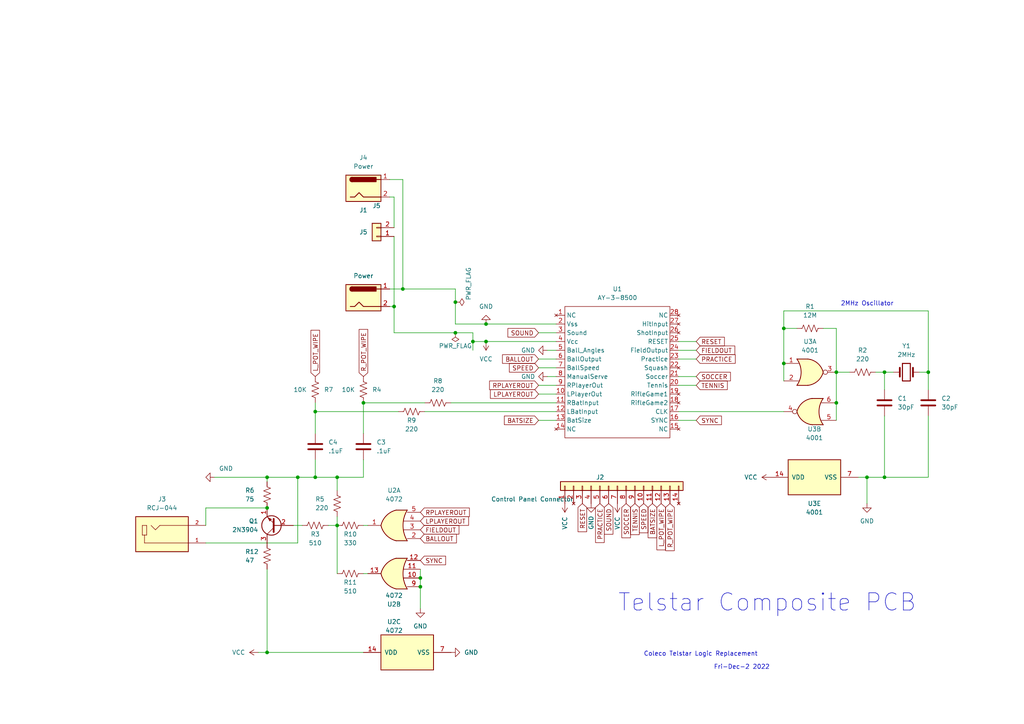
<source format=kicad_sch>
(kicad_sch (version 20211123) (generator eeschema)
  (paper "A4")
  (lib_symbols
    (symbol "4xxx:4001" (pin_names (offset 1.016))
      (property "Reference" "U" (at 0 1.27 0))
      (property "Value" "4001" (at 0 -1.27 0))
      (symbol "4001_1_1"
        (arc (start -3.81 -3.81) (mid -2.589 0) (end -3.81 3.81) (stroke (width 0.254)))
        (arc (start -0.6096 -3.81) (mid 2.1842 -2.5851) (end 3.81 0) (stroke (width 0.254)) (fill (type background)))
        (polyline (pts (xy -3.81 -3.81) (xy -0.635 -3.81)) (stroke (width 0.254)) (fill (type background)))
        (polyline (pts (xy -3.81 3.81) (xy -0.635 3.81)) (stroke (width 0.254)) (fill (type background)))
        (polyline (pts (xy -0.635 3.81) (xy -3.81 3.81) (xy -3.81 3.81) (xy -3.556 3.4036) (xy -3.0226 2.2606) (xy -2.6924 1.0414) (xy -2.6162 -0.254) (xy -2.7686 -1.4986) (xy -3.175 -2.7178) (xy -3.81 -3.81) (xy -3.81 -3.81) (xy -0.635 -3.81)) (stroke (width -25.4)) (fill (type background)))
        (arc (start 3.81 0) (mid 2.1915 2.5936) (end -0.6096 3.81) (stroke (width 0.254)) (fill (type background)))
        (pin input line (at -7.62 2.54 0) (length 4.318) (name "~") (number "1"))
        (pin input line (at -7.62 -2.54 0) (length 4.318) (name "~") (number "2"))
        (pin output inverted (at 7.62 0 180) (length 3.81) (name "~") (number "3"))
      )
      (symbol "4001_1_2"
        (arc (start 0 -3.81) (mid 3.81 0) (end 0 3.81) (stroke (width 0.254)) (fill (type background)))
        (polyline (pts (xy 0 3.81) (xy -3.81 3.81) (xy -3.81 -3.81) (xy 0 -3.81)) (stroke (width 0.254)) (fill (type background)))
        (pin input inverted (at -7.62 2.54 0) (length 3.81) (name "~") (number "1"))
        (pin input inverted (at -7.62 -2.54 0) (length 3.81) (name "~") (number "2"))
        (pin output line (at 7.62 0 180) (length 3.81) (name "~") (number "3"))
      )
      (symbol "4001_2_1"
        (arc (start -3.81 -3.81) (mid -2.589 0) (end -3.81 3.81) (stroke (width 0.254)))
        (arc (start -0.6096 -3.81) (mid 2.1842 -2.5851) (end 3.81 0) (stroke (width 0.254)) (fill (type background)))
        (polyline (pts (xy -3.81 -3.81) (xy -0.635 -3.81)) (stroke (width 0.254)) (fill (type background)))
        (polyline (pts (xy -3.81 3.81) (xy -0.635 3.81)) (stroke (width 0.254)) (fill (type background)))
        (polyline (pts (xy -0.635 3.81) (xy -3.81 3.81) (xy -3.81 3.81) (xy -3.556 3.4036) (xy -3.0226 2.2606) (xy -2.6924 1.0414) (xy -2.6162 -0.254) (xy -2.7686 -1.4986) (xy -3.175 -2.7178) (xy -3.81 -3.81) (xy -3.81 -3.81) (xy -0.635 -3.81)) (stroke (width -25.4)) (fill (type background)))
        (arc (start 3.81 0) (mid 2.1915 2.5936) (end -0.6096 3.81) (stroke (width 0.254)) (fill (type background)))
        (pin output inverted (at 7.62 0 180) (length 3.81) (name "~") (number "4"))
        (pin input line (at -7.62 2.54 0) (length 4.318) (name "~") (number "5"))
        (pin input line (at -7.62 -2.54 0) (length 4.318) (name "~") (number "6"))
      )
      (symbol "4001_2_2"
        (arc (start 0 -3.81) (mid 3.81 0) (end 0 3.81) (stroke (width 0.254)) (fill (type background)))
        (polyline (pts (xy 0 3.81) (xy -3.81 3.81) (xy -3.81 -3.81) (xy 0 -3.81)) (stroke (width 0.254)) (fill (type background)))
        (pin output line (at 7.62 0 180) (length 3.81) (name "~") (number "4"))
        (pin input inverted (at -7.62 2.54 0) (length 3.81) (name "~") (number "5"))
        (pin input inverted (at -7.62 -2.54 0) (length 3.81) (name "~") (number "6"))
      )
      (symbol "4001_3_1"
        (arc (start -3.81 -3.81) (mid -2.589 0) (end -3.81 3.81) (stroke (width 0.254)))
        (arc (start -0.6096 -3.81) (mid 2.1842 -2.5851) (end 3.81 0) (stroke (width 0.254)) (fill (type background)))
        (polyline (pts (xy -3.81 -3.81) (xy -0.635 -3.81)) (stroke (width 0.254)) (fill (type background)))
        (polyline (pts (xy -3.81 3.81) (xy -0.635 3.81)) (stroke (width 0.254)) (fill (type background)))
        (polyline (pts (xy -0.635 3.81) (xy -3.81 3.81) (xy -3.81 3.81) (xy -3.556 3.4036) (xy -3.0226 2.2606) (xy -2.6924 1.0414) (xy -2.6162 -0.254) (xy -2.7686 -1.4986) (xy -3.175 -2.7178) (xy -3.81 -3.81) (xy -3.81 -3.81) (xy -0.635 -3.81)) (stroke (width -25.4)) (fill (type background)))
        (arc (start 3.81 0) (mid 2.1915 2.5936) (end -0.6096 3.81) (stroke (width 0.254)) (fill (type background)))
        (pin output inverted (at 7.62 0 180) (length 3.81) (name "~") (number "10"))
        (pin input line (at -7.62 2.54 0) (length 4.318) (name "~") (number "8"))
        (pin input line (at -7.62 -2.54 0) (length 4.318) (name "~") (number "9"))
      )
      (symbol "4001_3_2"
        (arc (start 0 -3.81) (mid 3.81 0) (end 0 3.81) (stroke (width 0.254)) (fill (type background)))
        (polyline (pts (xy 0 3.81) (xy -3.81 3.81) (xy -3.81 -3.81) (xy 0 -3.81)) (stroke (width 0.254)) (fill (type background)))
        (pin output line (at 7.62 0 180) (length 3.81) (name "~") (number "10"))
        (pin input inverted (at -7.62 2.54 0) (length 3.81) (name "~") (number "8"))
        (pin input inverted (at -7.62 -2.54 0) (length 3.81) (name "~") (number "9"))
      )
      (symbol "4001_4_1"
        (arc (start -3.81 -3.81) (mid -2.589 0) (end -3.81 3.81) (stroke (width 0.254)))
        (arc (start -0.6096 -3.81) (mid 2.1842 -2.5851) (end 3.81 0) (stroke (width 0.254)) (fill (type background)))
        (polyline (pts (xy -3.81 -3.81) (xy -0.635 -3.81)) (stroke (width 0.254)) (fill (type background)))
        (polyline (pts (xy -3.81 3.81) (xy -0.635 3.81)) (stroke (width 0.254)) (fill (type background)))
        (polyline (pts (xy -0.635 3.81) (xy -3.81 3.81) (xy -3.81 3.81) (xy -3.556 3.4036) (xy -3.0226 2.2606) (xy -2.6924 1.0414) (xy -2.6162 -0.254) (xy -2.7686 -1.4986) (xy -3.175 -2.7178) (xy -3.81 -3.81) (xy -3.81 -3.81) (xy -0.635 -3.81)) (stroke (width -25.4)) (fill (type background)))
        (arc (start 3.81 0) (mid 2.1915 2.5936) (end -0.6096 3.81) (stroke (width 0.254)) (fill (type background)))
        (pin output inverted (at 7.62 0 180) (length 3.81) (name "~") (number "11"))
        (pin input line (at -7.62 2.54 0) (length 4.318) (name "~") (number "12"))
        (pin input line (at -7.62 -2.54 0) (length 4.318) (name "~") (number "13"))
      )
      (symbol "4001_4_2"
        (arc (start 0 -3.81) (mid 3.81 0) (end 0 3.81) (stroke (width 0.254)) (fill (type background)))
        (polyline (pts (xy 0 3.81) (xy -3.81 3.81) (xy -3.81 -3.81) (xy 0 -3.81)) (stroke (width 0.254)) (fill (type background)))
        (pin output line (at 7.62 0 180) (length 3.81) (name "~") (number "11"))
        (pin input inverted (at -7.62 2.54 0) (length 3.81) (name "~") (number "12"))
        (pin input inverted (at -7.62 -2.54 0) (length 3.81) (name "~") (number "13"))
      )
      (symbol "4001_5_0"
        (pin power_in line (at 0 12.7 270) (length 5.08) (name "VDD") (number "14"))
        (pin power_in line (at 0 -12.7 90) (length 5.08) (name "VSS") (number "7"))
      )
      (symbol "4001_5_1"
        (rectangle (start -5.08 7.62) (end 5.08 -7.62) (stroke (width 0.254)) (fill (type background)))
      )
    )
    (symbol "4xxx:4072" (pin_names (offset 1.016))
      (property "Reference" "U" (at 0 1.27 0))
      (property "Value" "4072" (at 0 -1.27 0))
      (symbol "4072_1_1"
        (arc (start -3.81 -4.445) (mid -2.5908 0) (end -3.81 4.445) (stroke (width 0.254)))
        (arc (start -0.6096 -4.445) (mid 2.2246 -2.8422) (end 3.81 0) (stroke (width 0.254)) (fill (type background)))
        (polyline (pts (xy -3.81 -4.445) (xy -0.635 -4.445)) (stroke (width 0.254)) (fill (type background)))
        (polyline (pts (xy -3.81 4.445) (xy -0.635 4.445)) (stroke (width 0.254)) (fill (type background)))
        (polyline (pts (xy -0.635 4.445) (xy -3.81 4.445) (xy -3.81 4.445) (xy -3.6322 4.0894) (xy -3.0988 2.921) (xy -2.7686 1.6764) (xy -2.6162 0.4318) (xy -2.6416 -0.8636) (xy -2.8702 -2.1082) (xy -3.2512 -3.3274) (xy -3.81 -4.445) (xy -3.81 -4.445) (xy -0.635 -4.445)) (stroke (width -25.4)) (fill (type background)))
        (arc (start 3.81 0) (mid 2.2204 2.8379) (end -0.6096 4.445) (stroke (width 0.254)) (fill (type background)))
        (pin output line (at 7.62 0 180) (length 3.81) (name "~") (number "1"))
        (pin input line (at -7.62 3.81 0) (length 3.81) (name "~") (number "2"))
        (pin input line (at -7.62 1.27 0) (length 4.826) (name "~") (number "3"))
        (pin input line (at -7.62 -1.27 0) (length 4.826) (name "~") (number "4"))
        (pin input line (at -7.62 -3.81 0) (length 3.81) (name "~") (number "5"))
      )
      (symbol "4072_1_2"
        (arc (start -0.635 -4.445) (mid 3.81 0) (end -0.635 4.445) (stroke (width 0.254)) (fill (type background)))
        (polyline (pts (xy -0.635 4.445) (xy -3.81 4.445) (xy -3.81 -4.445) (xy -0.635 -4.445)) (stroke (width 0.254)) (fill (type background)))
        (pin output inverted (at 7.62 0 180) (length 3.81) (name "~") (number "1"))
        (pin input inverted (at -7.62 3.81 0) (length 3.81) (name "~") (number "2"))
        (pin input inverted (at -7.62 1.27 0) (length 3.81) (name "~") (number "3"))
        (pin input inverted (at -7.62 -1.27 0) (length 3.81) (name "~") (number "4"))
        (pin input inverted (at -7.62 -3.81 0) (length 3.81) (name "~") (number "5"))
      )
      (symbol "4072_2_1"
        (arc (start -3.81 -4.445) (mid -2.5908 0) (end -3.81 4.445) (stroke (width 0.254)))
        (arc (start -0.6096 -4.445) (mid 2.2246 -2.8422) (end 3.81 0) (stroke (width 0.254)) (fill (type background)))
        (polyline (pts (xy -3.81 -4.445) (xy -0.635 -4.445)) (stroke (width 0.254)) (fill (type background)))
        (polyline (pts (xy -3.81 4.445) (xy -0.635 4.445)) (stroke (width 0.254)) (fill (type background)))
        (polyline (pts (xy -0.635 4.445) (xy -3.81 4.445) (xy -3.81 4.445) (xy -3.6322 4.0894) (xy -3.0988 2.921) (xy -2.7686 1.6764) (xy -2.6162 0.4318) (xy -2.6416 -0.8636) (xy -2.8702 -2.1082) (xy -3.2512 -3.3274) (xy -3.81 -4.445) (xy -3.81 -4.445) (xy -0.635 -4.445)) (stroke (width -25.4)) (fill (type background)))
        (arc (start 3.81 0) (mid 2.2204 2.8379) (end -0.6096 4.445) (stroke (width 0.254)) (fill (type background)))
        (pin input line (at -7.62 1.27 0) (length 4.826) (name "~") (number "10"))
        (pin input line (at -7.62 -1.27 0) (length 4.826) (name "~") (number "11"))
        (pin input line (at -7.62 -3.81 0) (length 3.81) (name "~") (number "12"))
        (pin output line (at 7.62 0 180) (length 3.81) (name "~") (number "13"))
        (pin input line (at -7.62 3.81 0) (length 3.81) (name "~") (number "9"))
      )
      (symbol "4072_2_2"
        (arc (start -0.635 -4.445) (mid 3.81 0) (end -0.635 4.445) (stroke (width 0.254)) (fill (type background)))
        (polyline (pts (xy -0.635 4.445) (xy -3.81 4.445) (xy -3.81 -4.445) (xy -0.635 -4.445)) (stroke (width 0.254)) (fill (type background)))
        (pin input inverted (at -7.62 1.27 0) (length 3.81) (name "~") (number "10"))
        (pin input inverted (at -7.62 -1.27 0) (length 3.81) (name "~") (number "11"))
        (pin input inverted (at -7.62 -3.81 0) (length 3.81) (name "~") (number "12"))
        (pin output inverted (at 7.62 0 180) (length 3.81) (name "~") (number "13"))
        (pin input inverted (at -7.62 3.81 0) (length 3.81) (name "~") (number "9"))
      )
      (symbol "4072_3_0"
        (pin power_in line (at 0 12.7 270) (length 5.08) (name "VDD") (number "14"))
        (pin power_in line (at 0 -12.7 90) (length 5.08) (name "VSS") (number "7"))
      )
      (symbol "4072_3_1"
        (rectangle (start -5.08 7.62) (end 5.08 -7.62) (stroke (width 0.254)) (fill (type background)))
      )
    )
    (symbol "Connector:Barrel_Jack" (pin_names (offset 1.016))
      (property "Reference" "J" (at 0 5.334 0))
      (property "Value" "Barrel_Jack" (at 0 -5.08 0))
      (symbol "Barrel_Jack_0_1"
        (rectangle (start -5.08 3.81) (end 5.08 -3.81) (stroke (width 0.254)) (fill (type background)))
        (arc (start -3.302 3.175) (mid -3.937 2.54) (end -3.302 1.905) (stroke (width 0.254)))
        (arc (start -3.302 3.175) (mid -3.937 2.54) (end -3.302 1.905) (stroke (width 0.254)) (fill (type outline)))
        (polyline (pts (xy 5.08 2.54) (xy 3.81 2.54)) (stroke (width 0.254)))
        (polyline (pts (xy -3.81 -2.54) (xy -2.54 -2.54) (xy -1.27 -1.27) (xy 0 -2.54) (xy 2.54 -2.54) (xy 5.08 -2.54)) (stroke (width 0.254)))
        (rectangle (start 3.683 3.175) (end -3.302 1.905) (stroke (width 0.254)) (fill (type outline)))
      )
      (symbol "Barrel_Jack_1_1"
        (pin passive line (at 7.62 2.54 180) (length 2.54) (name "~") (number "1"))
        (pin passive line (at 7.62 -2.54 180) (length 2.54) (name "~") (number "2"))
      )
    )
    (symbol "Connector_Generic:Conn_01x02" (pin_names (offset 1.016) hide)
      (property "Reference" "J" (at 0 2.54 0))
      (property "Value" "Conn_01x02" (at 0 -5.08 0))
      (symbol "Conn_01x02_1_1"
        (rectangle (start -1.27 -2.413) (end 0 -2.667) (stroke (width 0.1524)))
        (rectangle (start -1.27 0.127) (end 0 -0.127) (stroke (width 0.1524)))
        (rectangle (start -1.27 1.27) (end 1.27 -3.81) (stroke (width 0.254)) (fill (type background)))
        (pin passive line (at -5.08 0 0) (length 3.81) (name "Pin_1") (number "1"))
        (pin passive line (at -5.08 -2.54 0) (length 3.81) (name "Pin_2") (number "2"))
      )
    )
    (symbol "Connector_Generic:Conn_01x14" (pin_names (offset 1.016) hide)
      (property "Reference" "J2" (at 2.54 3.81 90))
      (property "Value" "Control Panel Connector" (at -3.81 12.7 90))
      (symbol "Conn_01x14_1_1"
        (rectangle (start -1.27 -17.653) (end 0 -17.907) (stroke (width 0.1524)))
        (rectangle (start -1.27 -15.113) (end 0 -15.367) (stroke (width 0.1524)))
        (rectangle (start -1.27 -12.573) (end 0 -12.827) (stroke (width 0.1524)))
        (rectangle (start -1.27 -10.033) (end 0 -10.287) (stroke (width 0.1524)))
        (rectangle (start -1.27 -7.493) (end 0 -7.747) (stroke (width 0.1524)))
        (rectangle (start -1.27 -4.953) (end 0 -5.207) (stroke (width 0.1524)))
        (rectangle (start -1.27 -2.413) (end 0 -2.667) (stroke (width 0.1524)))
        (rectangle (start -1.27 0.127) (end 0 -0.127) (stroke (width 0.1524)))
        (rectangle (start -1.27 2.667) (end 0 2.413) (stroke (width 0.1524)))
        (rectangle (start -1.27 5.207) (end 0 4.953) (stroke (width 0.1524)))
        (rectangle (start -1.27 7.747) (end 0 7.493) (stroke (width 0.1524)))
        (rectangle (start -1.27 10.287) (end 0 10.033) (stroke (width 0.1524)))
        (rectangle (start -1.27 12.827) (end 0 12.573) (stroke (width 0.1524)))
        (rectangle (start -1.27 15.367) (end 0 15.113) (stroke (width 0.1524)))
        (rectangle (start -1.27 16.51) (end 1.27 -19.05) (stroke (width 0.254)) (fill (type background)))
        (pin output line (at -5.08 15.24 0) (length 3.81) (name "Pin_1") (number "1"))
        (pin passive line (at -5.08 -7.62 0) (length 3.81) (name "Pin_10") (number "10"))
        (pin passive line (at -5.08 -10.16 0) (length 3.81) (name "Pin_11") (number "11"))
        (pin passive line (at -5.08 -12.7 0) (length 3.81) (name "Pin_12") (number "12"))
        (pin passive line (at -5.08 -15.24 0) (length 3.81) (name "Pin_13") (number "13"))
        (pin no_connect line (at -5.08 -17.78 0) (length 3.81) (name "Pin_14") (number "14"))
        (pin no_connect line (at -5.08 12.7 0) (length 3.81) (name "Pin_2") (number "2"))
        (pin passive line (at -5.08 10.16 0) (length 3.81) (name "Pin_3") (number "3"))
        (pin passive line (at -5.08 7.62 0) (length 3.81) (name "Pin_4") (number "4"))
        (pin passive line (at -5.08 5.08 0) (length 3.81) (name "Pin_5") (number "5"))
        (pin passive line (at -5.08 2.54 0) (length 3.81) (name "Pin_6") (number "6"))
        (pin passive line (at -5.08 0 0) (length 3.81) (name "Pin_7") (number "7"))
        (pin passive line (at -5.08 -2.54 0) (length 3.81) (name "Pin_8") (number "8"))
        (pin passive line (at -5.08 -5.08 0) (length 3.81) (name "Pin_9") (number "9"))
      )
    )
    (symbol "DavesParts:AY-3-8500"
      (property "Reference" "U1" (at 5.08 1.27 0))
      (property "Value" "AY-3-8500" (at 5.08 -1.27 0))
      (symbol "AY-3-8500_0_1"
        (rectangle (start -10.16 -3.81) (end 20.32 -41.91))
      )
      (symbol "AY-3-8500_1_1"
        (pin no_connect line (at -12.7 -6.35 0) (length 2.54) (name "NC") (number "1"))
        (pin output line (at -12.7 -29.21 0) (length 2.54) (name "LPlayerOut") (number "10"))
        (pin input line (at -12.7 -31.75 0) (length 2.54) (name "RBatInput") (number "11"))
        (pin input line (at -12.7 -34.29 0) (length 2.54) (name "LBatInput") (number "12"))
        (pin input line (at -12.7 -36.83 0) (length 2.54) (name "BatSize") (number "13"))
        (pin no_connect line (at -12.7 -39.37 0) (length 2.54) (name "NC") (number "14"))
        (pin no_connect line (at 22.86 -39.37 180) (length 2.54) (name "NC") (number "15"))
        (pin output line (at 22.86 -36.83 180) (length 2.54) (name "SYNC") (number "16"))
        (pin input line (at 22.86 -34.29 180) (length 2.54) (name "CLK") (number "17"))
        (pin no_connect line (at 22.86 -31.75 180) (length 2.54) (name "RifleGame2") (number "18"))
        (pin no_connect line (at 22.86 -29.21 180) (length 2.54) (name "RifleGame1") (number "19"))
        (pin input line (at -12.7 -8.89 0) (length 2.54) (name "Vss") (number "2"))
        (pin input line (at 22.86 -26.67 180) (length 2.54) (name "Tennis") (number "20"))
        (pin input line (at 22.86 -24.13 180) (length 2.54) (name "Soccer") (number "21"))
        (pin no_connect line (at 22.86 -21.59 180) (length 2.54) (name "Squash") (number "22"))
        (pin input line (at 22.86 -19.05 180) (length 2.54) (name "Practice") (number "23"))
        (pin output line (at 22.86 -16.51 180) (length 2.54) (name "FieldOutput") (number "24"))
        (pin input line (at 22.86 -13.97 180) (length 2.54) (name "RESET") (number "25"))
        (pin no_connect line (at 22.86 -11.43 180) (length 2.54) (name "ShotInput") (number "26"))
        (pin no_connect line (at 22.86 -8.89 180) (length 2.54) (name "HitInput") (number "27"))
        (pin no_connect line (at 22.86 -6.35 180) (length 2.54) (name "NC") (number "28"))
        (pin output line (at -12.7 -11.43 0) (length 2.54) (name "Sound") (number "3"))
        (pin input line (at -12.7 -13.97 0) (length 2.54) (name "Vcc") (number "4"))
        (pin input line (at -12.7 -16.51 0) (length 2.54) (name "Ball_Angles") (number "5"))
        (pin output line (at -12.7 -19.05 0) (length 2.54) (name "BallOutput") (number "6"))
        (pin input line (at -12.7 -21.59 0) (length 2.54) (name "BallSpeed") (number "7"))
        (pin input line (at -12.7 -24.13 0) (length 2.54) (name "ManualServe") (number "8"))
        (pin output line (at -12.7 -26.67 0) (length 2.54) (name "RPlayerOut") (number "9"))
      )
    )
    (symbol "Device:C" (pin_numbers hide) (pin_names (offset 0.254))
      (property "Reference" "C" (at 0.635 2.54 0))
      (property "Value" "C" (at 0.635 -2.54 0))
      (symbol "C_0_1"
        (polyline (pts (xy -2.032 -0.762) (xy 2.032 -0.762)) (stroke (width 0.508)))
        (polyline (pts (xy -2.032 0.762) (xy 2.032 0.762)) (stroke (width 0.508)))
      )
      (symbol "C_1_1"
        (pin passive line (at 0 3.81 270) (length 2.794) (name "~") (number "1"))
        (pin passive line (at 0 -3.81 90) (length 2.794) (name "~") (number "2"))
      )
    )
    (symbol "Device:Crystal" (pin_numbers hide) (pin_names (offset 1.016) hide)
      (property "Reference" "Y" (at 0 3.81 0))
      (property "Value" "Crystal" (at 0 -3.81 0))
      (symbol "Crystal_0_1"
        (rectangle (start -1.143 2.54) (end 1.143 -2.54) (stroke (width 0.3048)))
        (polyline (pts (xy -2.54 0) (xy -1.905 0)))
        (polyline (pts (xy -1.905 -1.27) (xy -1.905 1.27)) (stroke (width 0.508)))
        (polyline (pts (xy 1.905 -1.27) (xy 1.905 1.27)) (stroke (width 0.508)))
        (polyline (pts (xy 2.54 0) (xy 1.905 0)))
      )
      (symbol "Crystal_1_1"
        (pin passive line (at -3.81 0 0) (length 1.27) (name "1") (number "1"))
        (pin passive line (at 3.81 0 180) (length 1.27) (name "2") (number "2"))
      )
    )
    (symbol "Device:R_US" (pin_numbers hide) (pin_names (offset 0))
      (property "Reference" "R" (at 2.54 0 90))
      (property "Value" "R_US" (at -2.54 0 90))
      (symbol "R_US_0_1"
        (polyline (pts (xy 0 -2.286) (xy 0 -2.54)))
        (polyline (pts (xy 0 2.286) (xy 0 2.54)))
        (polyline (pts (xy 0 -0.762) (xy 1.016 -1.143) (xy 0 -1.524) (xy -1.016 -1.905) (xy 0 -2.286)))
        (polyline (pts (xy 0 0.762) (xy 1.016 0.381) (xy 0 0) (xy -1.016 -0.381) (xy 0 -0.762)))
        (polyline (pts (xy 0 2.286) (xy 1.016 1.905) (xy 0 1.524) (xy -1.016 1.143) (xy 0 0.762)))
      )
      (symbol "R_US_1_1"
        (pin passive line (at 0 3.81 270) (length 1.27) (name "~") (number "1"))
        (pin passive line (at 0 -3.81 90) (length 1.27) (name "~") (number "2"))
      )
    )
    (symbol "RCJ-044:RCJ-044" (pin_names (offset 1.016))
      (property "Reference" "J" (at -7.62 6.35 0))
      (property "Value" "RCJ-044" (at -7.62 -6.35 0))
      (symbol "RCJ-044_0_0"
        (rectangle (start -7.62 -5.08) (end 7.62 5.08) (stroke (width 0.254)) (fill (type background)))
        (polyline (pts (xy -5.715 -0.254) (xy -5.08 -0.254)) (stroke (width 0.1524)))
        (polyline (pts (xy -5.715 2.54) (xy -5.715 -0.254)) (stroke (width 0.1524)))
        (polyline (pts (xy -5.08 -2.54) (xy -5.08 -0.254)) (stroke (width 0.1524)))
        (polyline (pts (xy -5.08 -2.54) (xy 7.62 -2.54)) (stroke (width 0.1524)))
        (polyline (pts (xy -5.08 -0.254) (xy -4.445 -0.254)) (stroke (width 0.1524)))
        (polyline (pts (xy -4.445 -0.254) (xy -4.445 2.54)) (stroke (width 0.1524)))
        (polyline (pts (xy -4.445 2.54) (xy -5.715 2.54)) (stroke (width 0.1524)))
        (polyline (pts (xy -1.905 1.27) (xy -3.175 2.54)) (stroke (width 0.1524)))
        (polyline (pts (xy -0.635 2.54) (xy -1.905 1.27)) (stroke (width 0.1524)))
        (polyline (pts (xy -0.635 2.54) (xy 7.62 2.54)) (stroke (width 0.1524)))
        (pin passive line (at 12.7 -2.54 180) (length 5.08) (name "~") (number "1"))
        (pin passive line (at 12.7 2.54 180) (length 5.08) (name "~") (number "2"))
      )
    )
    (symbol "Transistor_BJT:2N3904" (pin_names (offset 0) hide)
      (property "Reference" "Q" (at 5.08 1.905 0))
      (property "Value" "2N3904" (at 5.08 0 0))
      (symbol "2N3904_0_1"
        (polyline (pts (xy 0.635 0.635) (xy 2.54 2.54)))
        (polyline (pts (xy 0.635 -0.635) (xy 2.54 -2.54) (xy 2.54 -2.54)))
        (polyline (pts (xy 0.635 1.905) (xy 0.635 -1.905) (xy 0.635 -1.905)) (stroke (width 0.508)))
        (polyline (pts (xy 1.27 -1.778) (xy 1.778 -1.27) (xy 2.286 -2.286) (xy 1.27 -1.778) (xy 1.27 -1.778)) (fill (type outline)))
        (circle (center 1.27 0) (radius 2.8194) (stroke (width 0.254)))
      )
      (symbol "2N3904_1_1"
        (pin passive line (at 2.54 -5.08 90) (length 2.54) (name "E") (number "1"))
        (pin passive line (at -5.08 0 0) (length 5.715) (name "B") (number "2"))
        (pin passive line (at 2.54 5.08 270) (length 2.54) (name "C") (number "3"))
      )
    )
    (symbol "power:GND" (power) (pin_names (offset 0))
      (property "Value" "GND" (at 0 -3.81 0))
      (symbol "GND_0_1"
        (polyline (pts (xy 0 0) (xy 0 -1.27) (xy 1.27 -1.27) (xy 0 -2.54) (xy -1.27 -1.27) (xy 0 -1.27)))
      )
      (symbol "GND_1_1"
        (pin power_in line (at 0 0 270) (length 0) hide (name "GND") (number "1"))
      )
    )
    (symbol "power:PWR_FLAG" (power) (pin_numbers hide) (pin_names (offset 0) hide)
      (property "Value" "PWR_FLAG" (at 0 3.81 0))
      (symbol "PWR_FLAG_0_0"
        (pin power_out line (at 0 0 90) (length 0) (name "pwr") (number "1"))
      )
      (symbol "PWR_FLAG_0_1"
        (polyline (pts (xy 0 0) (xy 0 1.27) (xy -1.016 1.905) (xy 0 2.54) (xy 1.016 1.905) (xy 0 1.27)))
      )
    )
    (symbol "power:VCC" (power) (pin_names (offset 0))
      (property "Value" "VCC" (at 0 3.81 0))
      (symbol "VCC_0_1"
        (polyline (pts (xy -0.762 1.27) (xy 0 2.54)))
        (polyline (pts (xy 0 0) (xy 0 2.54)))
        (polyline (pts (xy 0 2.54) (xy 0.762 1.27)))
      )
      (symbol "VCC_1_1"
        (pin power_in line (at 0 0 90) (length 0) hide (name "VCC") (number "1"))
      )
    )
  )
  (junction (at 132.08 87.63))
  (junction (at 242.57 116.84))
  (junction (at 140.97 93.98))
  (junction (at 91.44 138.43))
  (junction (at 242.57 107.95))
  (junction (at 121.92 167.64))
  (junction (at 227.33 95.25))
  (junction (at 140.97 99.06))
  (junction (at 116.84 83.82))
  (junction (at 77.47 189.23))
  (junction (at 256.54 107.95))
  (junction (at 227.33 105.41))
  (junction (at 114.3 88.9))
  (junction (at 77.47 147.32))
  (junction (at 86.36 138.43))
  (junction (at 105.41 116.84))
  (junction (at 137.16 99.06))
  (junction (at 97.79 152.4))
  (junction (at 77.47 138.43))
  (junction (at 121.92 170.18))
  (junction (at 269.24 107.95))
  (junction (at 91.44 119.38))
  (junction (at 256.54 138.43))
  (junction (at 251.46 138.43))
  (junction (at 132.08 96.52))
  (junction (at 97.79 138.43))
  (wire (pts (xy 62.23 138.43) (xy 77.47 138.43)))
  (wire (pts (xy 105.41 133.35) (xy 105.41 138.43)))
  (wire (pts (xy 114.3 57.15) (xy 114.3 66.04)))
  (wire (pts (xy 137.16 96.52) (xy 137.16 99.06)))
  (wire (pts (xy 95.25 152.4) (xy 97.79 152.4)))
  (wire (pts (xy 156.21 104.14) (xy 161.29 104.14)))
  (wire (pts (xy 113.03 88.9) (xy 114.3 88.9)))
  (wire (pts (xy 77.47 138.43) (xy 86.36 138.43)))
  (wire (pts (xy 227.33 105.41) (xy 227.33 110.49)))
  (wire (pts (xy 91.44 138.43) (xy 97.79 138.43)))
  (wire (pts (xy 158.75 109.22) (xy 161.29 109.22)))
  (wire (pts (xy 251.46 146.05) (xy 251.46 138.43)))
  (wire (pts (xy 97.79 138.43) (xy 105.41 138.43)))
  (wire (pts (xy 113.03 83.82) (xy 116.84 83.82)))
  (wire (pts (xy 238.76 95.25) (xy 242.57 95.25)))
  (wire (pts (xy 256.54 113.03) (xy 256.54 107.95)))
  (wire (pts (xy 156.21 121.92) (xy 161.29 121.92)))
  (wire (pts (xy 132.08 83.82) (xy 132.08 87.63)))
  (wire (pts (xy 256.54 120.65) (xy 256.54 138.43)))
  (wire (pts (xy 114.3 96.52) (xy 132.08 96.52)))
  (wire (pts (xy 196.85 119.38) (xy 227.33 119.38)))
  (wire (pts (xy 156.21 96.52) (xy 161.29 96.52)))
  (wire (pts (xy 77.47 138.43) (xy 77.47 139.7)))
  (wire (pts (xy 140.97 99.06) (xy 161.29 99.06)))
  (wire (pts (xy 156.21 114.3) (xy 161.29 114.3)))
  (wire (pts (xy 77.47 165.1) (xy 77.47 189.23)))
  (wire (pts (xy 227.33 90.17) (xy 227.33 95.25)))
  (wire (pts (xy 266.7 107.95) (xy 269.24 107.95)))
  (wire (pts (xy 269.24 107.95) (xy 269.24 113.03)))
  (wire (pts (xy 196.85 104.14) (xy 201.93 104.14)))
  (wire (pts (xy 196.85 121.92) (xy 201.93 121.92)))
  (wire (pts (xy 105.41 152.4) (xy 106.68 152.4)))
  (wire (pts (xy 132.08 93.98) (xy 140.97 93.98)))
  (wire (pts (xy 59.69 157.48) (xy 86.36 157.48)))
  (wire (pts (xy 256.54 107.95) (xy 259.08 107.95)))
  (wire (pts (xy 121.92 165.1) (xy 121.92 167.64)))
  (wire (pts (xy 196.85 111.76) (xy 201.93 111.76)))
  (wire (pts (xy 158.75 101.6) (xy 161.29 101.6)))
  (wire (pts (xy 254 107.95) (xy 256.54 107.95)))
  (wire (pts (xy 97.79 152.4) (xy 97.79 166.37)))
  (wire (pts (xy 242.57 116.84) (xy 242.57 121.92)))
  (wire (pts (xy 248.92 138.43) (xy 251.46 138.43)))
  (wire (pts (xy 77.47 189.23) (xy 105.41 189.23)))
  (wire (pts (xy 123.19 119.38) (xy 161.29 119.38)))
  (wire (pts (xy 137.16 99.06) (xy 137.16 101.6)))
  (wire (pts (xy 156.21 106.68) (xy 161.29 106.68)))
  (wire (pts (xy 132.08 87.63) (xy 132.08 93.98)))
  (wire (pts (xy 116.84 83.82) (xy 132.08 83.82)))
  (wire (pts (xy 113.03 52.07) (xy 116.84 52.07)))
  (wire (pts (xy 251.46 138.43) (xy 256.54 138.43)))
  (wire (pts (xy 196.85 99.06) (xy 201.93 99.06)))
  (wire (pts (xy 116.84 52.07) (xy 116.84 83.82)))
  (wire (pts (xy 97.79 149.86) (xy 97.79 152.4)))
  (wire (pts (xy 227.33 95.25) (xy 227.33 105.41)))
  (wire (pts (xy 132.08 96.52) (xy 137.16 96.52)))
  (wire (pts (xy 114.3 68.58) (xy 114.3 88.9)))
  (wire (pts (xy 59.69 152.4) (xy 59.69 147.32)))
  (wire (pts (xy 91.44 119.38) (xy 91.44 125.73)))
  (wire (pts (xy 86.36 138.43) (xy 91.44 138.43)))
  (wire (pts (xy 105.41 116.84) (xy 105.41 125.73)))
  (wire (pts (xy 227.33 95.25) (xy 231.14 95.25)))
  (wire (pts (xy 91.44 119.38) (xy 115.57 119.38)))
  (wire (pts (xy 105.41 116.84) (xy 123.19 116.84)))
  (wire (pts (xy 59.69 147.32) (xy 77.47 147.32)))
  (wire (pts (xy 156.21 111.76) (xy 161.29 111.76)))
  (wire (pts (xy 86.36 138.43) (xy 86.36 157.48)))
  (wire (pts (xy 114.3 88.9) (xy 114.3 96.52)))
  (wire (pts (xy 227.33 90.17) (xy 269.24 90.17)))
  (wire (pts (xy 269.24 120.65) (xy 269.24 138.43)))
  (wire (pts (xy 85.09 152.4) (xy 87.63 152.4)))
  (wire (pts (xy 105.41 166.37) (xy 106.68 166.37)))
  (wire (pts (xy 242.57 95.25) (xy 242.57 107.95)))
  (wire (pts (xy 140.97 93.98) (xy 161.29 93.98)))
  (wire (pts (xy 196.85 109.22) (xy 201.93 109.22)))
  (wire (pts (xy 121.92 170.18) (xy 121.92 176.53)))
  (wire (pts (xy 256.54 138.43) (xy 269.24 138.43)))
  (wire (pts (xy 242.57 107.95) (xy 246.38 107.95)))
  (wire (pts (xy 91.44 116.84) (xy 91.44 119.38)))
  (wire (pts (xy 196.85 101.6) (xy 201.93 101.6)))
  (wire (pts (xy 121.92 167.64) (xy 121.92 170.18)))
  (wire (pts (xy 269.24 90.17) (xy 269.24 107.95)))
  (wire (pts (xy 97.79 138.43) (xy 97.79 142.24)))
  (wire (pts (xy 130.81 116.84) (xy 161.29 116.84)))
  (wire (pts (xy 137.16 99.06) (xy 140.97 99.06)))
  (wire (pts (xy 242.57 107.95) (xy 242.57 116.84)))
  (wire (pts (xy 74.93 189.23) (xy 77.47 189.23)))
  (wire (pts (xy 113.03 57.15) (xy 114.3 57.15)))
  (wire (pts (xy 91.44 133.35) (xy 91.44 138.43)))
  (text "Coleco Telstar Logic Replacement" (at 186.69 190.5 0) (effects (font (size 1.27 1.27)) (justify left bottom)))
  (text "Fri-Dec-2 2022" (at 207.01 194.31 0) (effects (font (size 1.27 1.27)) (justify left bottom)))
  (text "2MHz Oscillator" (at 243.84 88.9 0) (effects (font (size 1.27 1.27)) (justify left bottom)))
  (text "Telstar Composite PCB" (at 179.07 177.8 0) (effects (font (size 5 5)) (justify left bottom)))
  (global_label "PRACTICE" (shape input) (at 173.99 146.05 270) (property "Intersheet References" "${INTERSHEET_REFS}" (effects hide)))
  (global_label "L_POT_WIPE" (shape input) (at 91.44 109.22 90) (property "Intersheet References" "${INTERSHEET_REFS}" (effects hide)))
  (global_label "LPLAYEROUT" (shape input) (at 156.21 114.3 180) (property "Intersheet References" "${INTERSHEET_REFS}" (effects hide)))
  (global_label "SOCCER" (shape input) (at 181.61 146.05 270) (property "Intersheet References" "${INTERSHEET_REFS}" (effects hide)))
  (global_label "SOUND" (shape input) (at 156.21 96.52 180) (property "Intersheet References" "${INTERSHEET_REFS}" (effects hide)))
  (global_label "R_POT_WIPE" (shape input) (at 105.41 109.22 90) (property "Intersheet References" "${INTERSHEET_REFS}" (effects hide)))
  (global_label "FIELDOUT" (shape input) (at 121.92 153.67 0) (property "Intersheet References" "${INTERSHEET_REFS}" (effects hide)))
  (global_label "TENNIS" (shape input) (at 201.93 111.76 0) (property "Intersheet References" "${INTERSHEET_REFS}" (effects hide)))
  (global_label "BALLOUT" (shape input) (at 121.92 156.21 0) (property "Intersheet References" "${INTERSHEET_REFS}" (effects hide)))
  (global_label "RPLAYEROUT" (shape input) (at 156.21 111.76 180) (property "Intersheet References" "${INTERSHEET_REFS}" (effects hide)))
  (global_label "SPEED" (shape input) (at 186.69 146.05 270) (property "Intersheet References" "${INTERSHEET_REFS}" (effects hide)))
  (global_label "SYNC" (shape input) (at 121.92 162.56 0) (property "Intersheet References" "${INTERSHEET_REFS}" (effects hide)))
  (global_label "L_POT_WIPE" (shape input) (at 191.77 146.05 270) (property "Intersheet References" "${INTERSHEET_REFS}" (effects hide)))
  (global_label "PRACTICE" (shape input) (at 201.93 104.14 0) (property "Intersheet References" "${INTERSHEET_REFS}" (effects hide)))
  (global_label "RESET" (shape input) (at 201.93 99.06 0) (property "Intersheet References" "${INTERSHEET_REFS}" (effects hide)))
  (global_label "BATSIZE" (shape input) (at 156.21 121.92 180) (property "Intersheet References" "${INTERSHEET_REFS}" (effects hide)))
  (global_label "SPEED" (shape input) (at 156.21 106.68 180) (property "Intersheet References" "${INTERSHEET_REFS}" (effects hide)))
  (global_label "RPLAYEROUT" (shape input) (at 121.92 148.59 0) (property "Intersheet References" "${INTERSHEET_REFS}" (effects hide)))
  (global_label "FIELDOUT" (shape input) (at 201.93 101.6 0) (property "Intersheet References" "${INTERSHEET_REFS}" (effects hide)))
  (global_label "BATSIZE" (shape input) (at 189.23 146.05 270) (property "Intersheet References" "${INTERSHEET_REFS}" (effects hide)))
  (global_label "BALLOUT" (shape input) (at 156.21 104.14 180) (property "Intersheet References" "${INTERSHEET_REFS}" (effects hide)))
  (global_label "R_POT_WIPE" (shape input) (at 194.31 146.05 270) (property "Intersheet References" "${INTERSHEET_REFS}" (effects hide)))
  (global_label "SOUND" (shape input) (at 176.53 146.05 270) (property "Intersheet References" "${INTERSHEET_REFS}" (effects hide)))
  (global_label "RESET" (shape input) (at 168.91 146.05 270) (property "Intersheet References" "${INTERSHEET_REFS}" (effects hide)))
  (global_label "SYNC" (shape input) (at 201.93 121.92 0) (property "Intersheet References" "${INTERSHEET_REFS}" (effects hide)))
  (global_label "LPLAYEROUT" (shape input) (at 121.92 151.13 0) (property "Intersheet References" "${INTERSHEET_REFS}" (effects hide)))
  (global_label "TENNIS" (shape input) (at 184.15 146.05 270) (property "Intersheet References" "${INTERSHEET_REFS}" (effects hide)))
  (global_label "SOCCER" (shape input) (at 201.93 109.22 0) (property "Intersheet References" "${INTERSHEET_REFS}" (effects hide)))
  (symbol (lib_id "Device:R_US") (at 97.79 146.05 0) (unit 1)
    (property "Reference" "R5" (at 91.44 144.78 0) (effects (justify left)))
    (property "Value" "220" (at 91.44 147.32 0) (effects (justify left)))
    (property "Footprint" "Resistor_THT:R_Axial_DIN0309_L9.0mm_D3.2mm_P12.70mm_Horizontal" (effects hide))
  )
  (symbol (lib_id "power:VCC") (at 179.07 146.05 180) (unit 1)
    (property "Reference" "#PWR0101" (effects hide))
    (property "Value" "VCC" (at 179.07 153.67 90) (effects (justify right)))
  )
  (symbol (lib_id "4xxx:4001") (at 234.95 119.38 180) (unit 2)
    (property "Reference" "U3" (at 236.22 124.46 0))
    (property "Value" "4001" (at 236.22 127 0))
    (property "Footprint" "Package_DIP:DIP-14_W7.62mm_Socket_LongPads" (effects hide))
    (property "Datasheet" "http://www.intersil.com/content/dam/Intersil/documents/cd40/cd4000bms-01bms-02bms-25bms.pdf" (effects hide))
  )
  (symbol (lib_id "Device:R_US") (at 127 116.84 90) (unit 1)
    (property "Reference" "R8" (at 127 110.49 90))
    (property "Value" "220" (at 127 113.03 90))
    (property "Footprint" "Resistor_THT:R_Axial_DIN0309_L9.0mm_D3.2mm_P12.70mm_Horizontal" (effects hide))
  )
  (symbol (lib_id "Connector:Barrel_Jack") (at 105.41 54.61 0) (unit 1)
    (property "Reference" "J4" (at 105.41 45.72 0))
    (property "Value" "Power" (at 105.41 48.26 0))
    (property "Footprint" "Connector_BarrelJack:BarrelJack_CUI_PJ-063AH_Horizontal" (effects hide))
  )
  (symbol (lib_id "power:VCC") (at 74.93 189.23 90) (unit 1)
    (property "Reference" "#PWR0114" (effects hide))
    (property "Value" "VCC" (at 71.12 189.2299 90) (effects (justify left)))
  )
  (symbol (lib_id "power:PWR_FLAG") (at 132.08 87.63 270) (unit 1)
    (property "Reference" "#FLG0102" (effects hide))
    (property "Value" "PWR_FLAG" (at 135.89 77.47 0) (effects (justify left)))
  )
  (symbol (lib_id "power:GND") (at 121.92 176.53 0) (unit 1)
    (property "Reference" "#PWR0108" (effects hide))
    (property "Value" "GND" (at 121.92 181.61 0))
  )
  (symbol (lib_id "power:GND") (at 171.45 146.05 0) (unit 1)
    (property "Reference" "#PWR0102" (effects hide))
    (property "Value" "GND" (at 171.45 153.67 90) (effects (justify left)))
  )
  (symbol (lib_id "Connector_Generic:Conn_01x02") (at 109.22 68.58 180) (unit 1)
    (property "Reference" "J5" (at 109.22 59.69 0))
    (property "Value" "J5" (at 105.41 67.31 0))
    (property "Footprint" "Connector_PinHeader_1.27mm:PinHeader_1x02_P1.27mm_Horizontal" (effects hide))
  )
  (symbol (lib_id "Device:R_US") (at 91.44 152.4 90) (unit 1)
    (property "Reference" "R3" (at 91.44 154.94 90))
    (property "Value" "510" (at 91.44 157.48 90))
    (property "Footprint" "Resistor_THT:R_Axial_DIN0309_L9.0mm_D3.2mm_P12.70mm_Horizontal" (effects hide))
  )
  (symbol (lib_id "Device:C") (at 269.24 116.84 0) (unit 1)
    (property "Reference" "C2" (at 273.05 115.5699 0) (effects (justify left)))
    (property "Value" "30pF" (at 273.05 118.1099 0) (effects (justify left)))
    (property "Footprint" "Capacitor_THT:C_Disc_D8.0mm_W5.0mm_P7.50mm" (effects hide))
  )
  (symbol (lib_id "Device:R_US") (at 250.19 107.95 90) (unit 1)
    (property "Reference" "R2" (at 250.19 101.6 90))
    (property "Value" "220" (at 250.19 104.14 90))
    (property "Footprint" "Resistor_THT:R_Axial_DIN0309_L9.0mm_D3.2mm_P12.70mm_Horizontal" (effects hide))
  )
  (symbol (lib_id "4xxx:4072") (at 114.3 166.37 180) (unit 2)
    (property "Reference" "U2" (at 114.3 175.26 0))
    (property "Value" "4072" (at 114.3 172.72 0))
    (property "Footprint" "Package_DIP:DIP-14_W7.62mm_Socket_LongPads" (effects hide))
    (property "Datasheet" "http://www.intersil.com/content/dam/Intersil/documents/cd40/cd4071bms-72bms-75bms.pdf" (effects hide))
  )
  (symbol (lib_id "power:VCC") (at 223.52 138.43 90) (unit 1)
    (property "Reference" "#PWR0104" (effects hide))
    (property "Value" "VCC" (at 219.71 138.4299 90) (effects (justify left)))
  )
  (symbol (lib_id "power:GND") (at 140.97 93.98 180) (unit 1)
    (property "Reference" "#PWR0107" (effects hide))
    (property "Value" "GND" (at 140.97 88.9 0))
  )
  (symbol (lib_id "Device:R_US") (at 101.6 152.4 90) (unit 1)
    (property "Reference" "R10" (at 101.6 154.94 90))
    (property "Value" "330" (at 101.6 157.48 90))
    (property "Footprint" "Resistor_THT:R_Axial_DIN0309_L9.0mm_D3.2mm_P12.70mm_Horizontal" (effects hide))
  )
  (symbol (lib_id "Device:R_US") (at 105.41 113.03 0) (unit 1)
    (property "Reference" "R4" (at 107.95 113.03 0) (effects (justify left)))
    (property "Value" "10K" (at 99.06 113.03 0) (effects (justify left)))
    (property "Footprint" "Resistor_THT:R_Axial_DIN0309_L9.0mm_D3.2mm_P12.70mm_Horizontal" (effects hide))
  )
  (symbol (lib_id "power:GND") (at 158.75 109.22 270) (unit 1)
    (property "Reference" "#PWR0109" (effects hide))
    (property "Value" "GND" (at 151.13 109.22 90) (effects (justify left)))
  )
  (symbol (lib_id "power:GND") (at 251.46 146.05 0) (unit 1)
    (property "Reference" "#PWR0103" (effects hide))
    (property "Value" "GND" (at 251.46 151.13 0))
  )
  (symbol (lib_id "Device:R_US") (at 77.47 143.51 0) (unit 1)
    (property "Reference" "R6" (at 71.12 142.24 0) (effects (justify left)))
    (property "Value" "75" (at 71.12 144.78 0) (effects (justify left)))
    (property "Footprint" "Resistor_THT:R_Axial_DIN0309_L9.0mm_D3.2mm_P12.70mm_Horizontal" (effects hide))
  )
  (symbol (lib_id "Device:R_US") (at 119.38 119.38 90) (unit 1)
    (property "Reference" "R9" (at 119.38 121.92 90))
    (property "Value" "220" (at 119.38 124.46 90))
    (property "Footprint" "Resistor_THT:R_Axial_DIN0309_L9.0mm_D3.2mm_P12.70mm_Horizontal" (effects hide))
  )
  (symbol (lib_id "power:GND") (at 158.75 101.6 270) (unit 1)
    (property "Reference" "#PWR0105" (effects hide))
    (property "Value" "GND" (at 151.13 101.6 90) (effects (justify left)))
  )
  (symbol (lib_id "Device:R_US") (at 77.47 161.29 0) (unit 1)
    (property "Reference" "R12" (at 71.12 160.02 0) (effects (justify left)))
    (property "Value" "47" (at 71.12 162.56 0) (effects (justify left)))
    (property "Footprint" "Resistor_THT:R_Axial_DIN0309_L9.0mm_D3.2mm_P12.70mm_Horizontal" (effects hide))
  )
  (symbol (lib_id "Device:Crystal") (at 262.89 107.95 0) (unit 1)
    (property "Reference" "Y1" (at 262.89 100.33 0))
    (property "Value" "2MHz" (at 262.89 102.87 0))
    (property "Footprint" "Crystal:Crystal_HC52-8mm_Horizontal" (effects hide))
  )
  (symbol (lib_id "power:PWR_FLAG") (at 132.08 96.52 180) (unit 1)
    (property "Reference" "#FLG0101" (effects hide))
    (property "Value" "PWR_FLAG" (at 132.08 100.33 0))
  )
  (symbol (lib_id "Device:C") (at 91.44 129.54 0) (unit 1)
    (property "Reference" "C4" (at 95.25 128.2699 0) (effects (justify left)))
    (property "Value" ".1uF" (at 95.25 130.8099 0) (effects (justify left)))
    (property "Footprint" "Capacitor_THT:C_Disc_D8.0mm_W5.0mm_P7.50mm" (effects hide))
  )
  (symbol (lib_id "4xxx:4072") (at 114.3 152.4 180) (unit 1)
    (property "Reference" "U2" (at 114.3 142.24 0))
    (property "Value" "4072" (at 114.3 144.78 0))
    (property "Footprint" "Package_DIP:DIP-14_W7.62mm_Socket_LongPads" (effects hide))
    (property "Datasheet" "http://www.intersil.com/content/dam/Intersil/documents/cd40/cd4071bms-72bms-75bms.pdf" (effects hide))
  )
  (symbol (lib_id "Device:C") (at 105.41 129.54 0) (unit 1)
    (property "Reference" "C3" (at 109.22 128.2699 0) (effects (justify left)))
    (property "Value" ".1uF" (at 109.22 130.8099 0) (effects (justify left)))
    (property "Footprint" "Capacitor_THT:C_Disc_D8.0mm_W5.0mm_P7.50mm" (effects hide))
  )
  (symbol (lib_id "Device:C") (at 256.54 116.84 0) (unit 1)
    (property "Reference" "C1" (at 260.35 115.5699 0) (effects (justify left)))
    (property "Value" "30pF" (at 260.35 118.1099 0) (effects (justify left)))
    (property "Footprint" "Capacitor_THT:C_Disc_D8.0mm_W5.0mm_P7.50mm" (effects hide))
  )
  (symbol (lib_id "power:GND") (at 130.81 189.23 90) (unit 1)
    (property "Reference" "#PWR0113" (effects hide))
    (property "Value" "GND" (at 134.62 189.2299 90) (effects (justify right)))
  )
  (symbol (lib_id "Connector_Generic:Conn_01x14") (at 179.07 140.97 90) (unit 1)
    (property "Reference" "J2" (at 175.26 138.43 90) (effects (justify left)))
    (property "Value" "Control Panel Connector" (at 166.37 144.78 90) (effects (justify left)))
    (property "Footprint" "Connector_Molex:Molex_KK-254_AE-6410-14A_1x14_P2.54mm_Vertical" (effects hide))
  )
  (symbol (lib_id "DavesParts:AY-3-8500") (at 173.99 85.09 0) (unit 1)
    (property "Reference" "U1" (at 179.07 83.82 0))
    (property "Value" "AY-3-8500" (at 179.07 86.36 0))
    (property "Footprint" "Package_DIP:DIP-28_W15.24mm_Socket_LongPads" (effects hide))
  )
  (symbol (lib_id "4xxx:4072") (at 118.11 189.23 90) (unit 3)
    (property "Reference" "U2" (at 114.3 180.34 90))
    (property "Value" "4072" (at 114.3 182.88 90))
    (property "Footprint" "Package_DIP:DIP-14_W7.62mm_Socket_LongPads" (effects hide))
    (property "Datasheet" "http://www.intersil.com/content/dam/Intersil/documents/cd40/cd4071bms-72bms-75bms.pdf" (effects hide))
  )
  (symbol (lib_id "4xxx:4001") (at 236.22 138.43 90) (unit 5)
    (property "Reference" "U3" (at 236.22 146.05 90))
    (property "Value" "4001" (at 236.22 148.59 90))
    (property "Footprint" "Package_DIP:DIP-14_W7.62mm_Socket_LongPads" (effects hide))
    (property "Datasheet" "http://www.intersil.com/content/dam/Intersil/documents/cd40/cd4000bms-01bms-02bms-25bms.pdf" (effects hide))
  )
  (symbol (lib_id "power:VCC") (at 163.83 146.05 180) (unit 1)
    (property "Reference" "#PWR0110" (effects hide))
    (property "Value" "VCC" (at 163.83 153.67 90) (effects (justify right)))
  )
  (symbol (lib_id "Connector:Barrel_Jack") (at 105.41 86.36 0) (unit 1)
    (property "Reference" "J1" (at 105.41 60.96 0))
    (property "Value" "Power" (at 105.41 80.01 0))
    (property "Footprint" "Connector_BarrelJack:BarrelJack_CUI_PJ-063AH_Horizontal" (effects hide))
  )
  (symbol (lib_id "4xxx:4001") (at 234.95 107.95 0) (unit 1)
    (property "Reference" "U3" (at 234.95 99.06 0))
    (property "Value" "4001" (at 234.95 101.6 0))
    (property "Footprint" "Package_DIP:DIP-14_W7.62mm_Socket_LongPads" (effects hide))
    (property "Datasheet" "http://www.intersil.com/content/dam/Intersil/documents/cd40/cd4000bms-01bms-02bms-25bms.pdf" (effects hide))
  )
  (symbol (lib_id "power:VCC") (at 140.97 99.06 180) (unit 1)
    (property "Reference" "#PWR0106" (effects hide))
    (property "Value" "VCC" (at 140.97 104.14 0))
  )
  (symbol (lib_id "power:GND") (at 62.23 138.43 270) (unit 1)
    (property "Reference" "#PWR01" (effects hide))
    (property "Value" "GND" (at 63.5 135.89 90) (effects (justify left)))
  )
  (symbol (lib_id "Transistor_BJT:2N3904") (at 80.01 152.4 180) (unit 1)
    (property "Reference" "Q1" (at 74.93 151.1299 0) (effects (justify left)))
    (property "Value" "2N3904" (at 74.93 153.6699 0) (effects (justify left)))
    (property "Footprint" "Package_TO_SOT_THT:TO-92_Inline" (effects hide))
    (property "Datasheet" "https://www.onsemi.com/pub/Collateral/2N3903-D.PDF" (effects hide))
  )
  (symbol (lib_id "Device:R_US") (at 234.95 95.25 90) (unit 1)
    (property "Reference" "R1" (at 234.95 88.9 90))
    (property "Value" "12M" (at 234.95 91.44 90))
    (property "Footprint" "Resistor_THT:R_Axial_DIN0309_L9.0mm_D3.2mm_P12.70mm_Horizontal" (effects hide))
  )
  (symbol (lib_id "Device:R_US") (at 101.6 166.37 90) (unit 1)
    (property "Reference" "R11" (at 101.6 168.91 90))
    (property "Value" "510" (at 101.6 171.45 90))
    (property "Footprint" "Resistor_THT:R_Axial_DIN0309_L9.0mm_D3.2mm_P12.70mm_Horizontal" (effects hide))
  )
  (symbol (lib_id "RCJ-044:RCJ-044") (at 46.99 154.94 0) (unit 1)
    (property "Reference" "J3" (at 46.99 144.78 0))
    (property "Value" "RCJ-044" (at 46.99 147.32 0) (effects (justify mirror)))
    (property "Footprint" "RCJ-044:CUI_RCJ-044" (effects hide))
    (property "STANDARD" "Manufacturer Recommendations" (effects hide))
    (property "PARTREV" "1.02" (effects hide))
    (property "MANUFACTURER" "CUI Devices" (effects hide))
    (property "MAXIMUM_PACKAGE_HEIGHT" "11.6 mm" (effects hide))
  )
  (symbol (lib_id "Device:R_US") (at 91.44 113.03 0) (unit 1)
    (property "Reference" "R7" (at 93.98 113.03 0) (effects (justify left)))
    (property "Value" "10K" (at 85.09 113.03 0) (effects (justify left)))
    (property "Footprint" "Resistor_THT:R_Axial_DIN0309_L9.0mm_D3.2mm_P12.70mm_Horizontal" (effects hide))
  )
)
</source>
